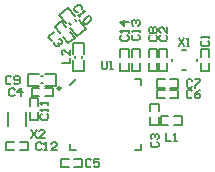
<source format=gto>
G04 Layer_Color=65535*
%FSLAX24Y24*%
%MOIN*%
G70*
G01*
G75*
%ADD23C,0.0060*%
%ADD33C,0.0098*%
%ADD34C,0.0079*%
D23*
X-2518Y-174D02*
Y82D01*
Y278D02*
Y534D01*
X-2242Y-174D02*
Y82D01*
Y278D02*
Y534D01*
X-2518D02*
X-2242D01*
X-2518Y-174D02*
X-2242D01*
X1168Y1908D02*
Y2164D01*
Y1456D02*
Y1712D01*
X892Y1908D02*
Y2164D01*
Y1456D02*
Y1712D01*
Y1456D02*
X1168D01*
X892Y2164D02*
X1168D01*
X2577Y2157D02*
X2703D01*
X2215Y1786D02*
Y1834D01*
X2577Y1464D02*
X2703D01*
X3065Y1786D02*
Y1834D01*
X2078Y1908D02*
Y2164D01*
Y1456D02*
Y1712D01*
X1802Y1908D02*
Y2164D01*
Y1456D02*
Y1712D01*
Y1456D02*
X2078D01*
X1802Y2164D02*
X2078D01*
X1512Y-354D02*
Y-98D01*
Y98D02*
Y354D01*
X1788Y-354D02*
Y-98D01*
Y98D02*
Y354D01*
X1512D02*
X1788D01*
X1512Y-354D02*
X1788D01*
X-2454Y878D02*
X-2198D01*
X-2002D02*
X-1746D01*
X-2454Y602D02*
X-2198D01*
X-2002D02*
X-1746D01*
Y878D01*
X-2454Y602D02*
Y878D01*
X1726Y818D02*
X1982D01*
X2178D02*
X2434D01*
X1726Y542D02*
X1982D01*
X2178D02*
X2434D01*
Y818D01*
X1726Y542D02*
Y818D01*
X2178Y892D02*
X2434D01*
X1726D02*
X1982D01*
X2178Y1168D02*
X2434D01*
X1726D02*
X1982D01*
X1726Y892D02*
Y1168D01*
X2434Y892D02*
Y1168D01*
X1728Y1908D02*
Y2164D01*
Y1456D02*
Y1712D01*
X1452Y1908D02*
Y2164D01*
Y1456D02*
Y1712D01*
Y1456D02*
X1728D01*
X1452Y2164D02*
X1728D01*
X2564Y-338D02*
Y-62D01*
X1856Y-338D02*
Y-62D01*
X2112D01*
X2308D02*
X2564D01*
X1856Y-338D02*
X2112D01*
X2308D02*
X2564D01*
X-2563Y1347D02*
X-2198D01*
X-2002D02*
X-1637D01*
X-2563Y953D02*
X-2198D01*
X-2002D02*
X-1637D01*
Y1347D01*
X-2563Y953D02*
Y1347D01*
X-3294Y-922D02*
X-3038D01*
X-2842D02*
X-2586D01*
X-3294Y-1198D02*
X-3038D01*
X-2842D02*
X-2586D01*
Y-922D01*
X-3294Y-1198D02*
Y-922D01*
X-1087Y2385D02*
X-693Y2385D01*
X-1087Y1459D02*
X-693Y1459D01*
Y2020D02*
Y2385D01*
Y1459D02*
Y1824D01*
X-1087Y2020D02*
Y2385D01*
Y1459D02*
Y1824D01*
X-1392Y2578D02*
X-1228Y2382D01*
X-1683Y2925D02*
X-1519Y2729D01*
X-1181Y2755D02*
X-1016Y2559D01*
X-1472Y3102D02*
X-1307Y2906D01*
X-1683Y2925D02*
X-1472Y3102D01*
X-1228Y2382D02*
X-1016Y2559D01*
X-1167Y2880D02*
X-933Y2601D01*
X-1528Y3310D02*
X-1294Y3031D01*
X-866Y3133D02*
X-632Y2854D01*
X-1226Y3563D02*
X-992Y3284D01*
X-1528Y3310D02*
X-1226Y3563D01*
X-933Y2601D02*
X-632Y2854D01*
X3202Y1456D02*
Y1712D01*
Y1909D02*
Y2164D01*
X3478Y1456D02*
Y1712D01*
Y1909D02*
Y2164D01*
X3202D02*
X3478D01*
X3202Y1456D02*
X3478D01*
X-1474Y-1472D02*
X-1218D01*
X-1022D02*
X-766D01*
X-1474Y-1748D02*
X-1218D01*
X-1022D02*
X-766D01*
Y-1472D01*
X-1474Y-1748D02*
Y-1472D01*
X512Y2164D02*
X788D01*
X512Y1456D02*
X788D01*
X512D02*
Y1712D01*
Y1908D02*
Y2164D01*
X788Y1456D02*
Y1712D01*
Y1908D02*
Y2164D01*
X925Y2647D02*
X880Y2602D01*
Y2512D01*
X925Y2467D01*
X1105D01*
X1150Y2512D01*
Y2602D01*
X1105Y2647D01*
X1150Y2737D02*
Y2827D01*
Y2782D01*
X880D01*
X925Y2737D01*
Y2962D02*
X880Y3007D01*
Y3097D01*
X925Y3142D01*
X970D01*
X1015Y3097D01*
Y3052D01*
Y3097D01*
X1060Y3142D01*
X1105D01*
X1150Y3097D01*
Y3007D01*
X1105Y2962D01*
X-2115Y10D02*
X-2160Y-35D01*
Y-125D01*
X-2115Y-170D01*
X-1935D01*
X-1890Y-125D01*
Y-35D01*
X-1935Y10D01*
X-1890Y100D02*
Y190D01*
Y145D01*
X-2160D01*
X-2115Y100D01*
X-1890Y325D02*
Y415D01*
Y370D01*
X-2160D01*
X-2115Y325D01*
X-2113Y-973D02*
X-2158Y-928D01*
X-2248D01*
X-2293Y-973D01*
Y-1153D01*
X-2248Y-1198D01*
X-2158D01*
X-2113Y-1153D01*
X-2023Y-1198D02*
X-1933D01*
X-1978D01*
Y-928D01*
X-2023Y-973D01*
X-1618Y-1198D02*
X-1798D01*
X-1618Y-1018D01*
Y-973D01*
X-1663Y-928D01*
X-1753D01*
X-1798Y-973D01*
X-2460Y-510D02*
X-2280Y-780D01*
Y-510D02*
X-2460Y-780D01*
X-2010D02*
X-2190D01*
X-2010Y-600D01*
Y-555D01*
X-2055Y-510D01*
X-2145D01*
X-2190Y-555D01*
X1562Y-918D02*
X1518Y-963D01*
Y-1053D01*
X1562Y-1098D01*
X1742D01*
X1787Y-1053D01*
Y-963D01*
X1742Y-918D01*
X1562Y-828D02*
X1518Y-783D01*
Y-693D01*
X1562Y-648D01*
X1607D01*
X1652Y-693D01*
Y-738D01*
Y-693D01*
X1697Y-648D01*
X1742D01*
X1787Y-693D01*
Y-783D01*
X1742Y-828D01*
X2027Y-628D02*
Y-898D01*
X2207D01*
X2297D02*
X2387D01*
X2342D01*
Y-628D01*
X2297Y-673D01*
X-110Y1780D02*
Y1555D01*
X-65Y1510D01*
X25D01*
X70Y1555D01*
Y1780D01*
X160Y1510D02*
X250D01*
X205D01*
Y1780D01*
X160Y1735D01*
X1853Y2635D02*
X1808Y2590D01*
Y2500D01*
X1853Y2455D01*
X2032D01*
X2077Y2500D01*
Y2590D01*
X2032Y2635D01*
X2077Y2905D02*
Y2725D01*
X1898Y2905D01*
X1853D01*
X1808Y2860D01*
Y2770D01*
X1853Y2725D01*
X2907Y770D02*
X2862Y815D01*
X2772D01*
X2728Y770D01*
Y590D01*
X2772Y545D01*
X2862D01*
X2907Y590D01*
X3177Y815D02*
X3087Y770D01*
X2997Y680D01*
Y590D01*
X3042Y545D01*
X3132D01*
X3177Y590D01*
Y635D01*
X3132Y680D01*
X2997D01*
X-3123Y1237D02*
X-3168Y1282D01*
X-3258D01*
X-3303Y1237D01*
Y1057D01*
X-3258Y1012D01*
X-3168D01*
X-3123Y1057D01*
X-3033D02*
X-2988Y1012D01*
X-2898D01*
X-2853Y1057D01*
Y1237D01*
X-2898Y1282D01*
X-2988D01*
X-3033Y1237D01*
Y1192D01*
X-2988Y1147D01*
X-2853D01*
X1503Y2635D02*
X1458Y2590D01*
Y2500D01*
X1503Y2455D01*
X1682D01*
X1727Y2500D01*
Y2590D01*
X1682Y2635D01*
X1503Y2725D02*
X1458Y2770D01*
Y2860D01*
X1503Y2905D01*
X1548D01*
X1592Y2860D01*
X1637Y2905D01*
X1682D01*
X1727Y2860D01*
Y2770D01*
X1682Y2725D01*
X1637D01*
X1592Y2770D01*
X1548Y2725D01*
X1503D01*
X1592Y2770D02*
Y2860D01*
X2450Y2560D02*
X2630Y2290D01*
Y2560D02*
X2450Y2290D01*
X2720D02*
X2810D01*
X2765D01*
Y2560D01*
X2720Y2515D01*
X3245Y2450D02*
X3200Y2405D01*
Y2315D01*
X3245Y2270D01*
X3425D01*
X3470Y2315D01*
Y2405D01*
X3425Y2450D01*
X3470Y2540D02*
Y2630D01*
Y2585D01*
X3200D01*
X3245Y2540D01*
X2907Y1120D02*
X2862Y1165D01*
X2772D01*
X2728Y1120D01*
Y940D01*
X2772Y895D01*
X2862D01*
X2907Y940D01*
X2997Y1165D02*
X3177D01*
Y1120D01*
X2997Y940D01*
Y895D01*
X-470Y-1528D02*
X-515Y-1483D01*
X-605D01*
X-650Y-1528D01*
Y-1708D01*
X-605Y-1753D01*
X-515D01*
X-470Y-1708D01*
X-200Y-1483D02*
X-380D01*
Y-1618D01*
X-290Y-1573D01*
X-245D01*
X-200Y-1618D01*
Y-1708D01*
X-245Y-1753D01*
X-335D01*
X-380Y-1708D01*
X-3013Y827D02*
X-3058Y872D01*
X-3148D01*
X-3193Y827D01*
Y647D01*
X-3148Y602D01*
X-3058D01*
X-3013Y647D01*
X-2788Y602D02*
Y872D01*
X-2923Y737D01*
X-2743D01*
X-1450Y1712D02*
X-1180D01*
Y1892D01*
Y2162D02*
Y1982D01*
X-1360Y2162D01*
X-1405D01*
X-1450Y2117D01*
Y2027D01*
X-1405Y1982D01*
X-1693Y2754D02*
X-1900Y2580D01*
X-1784Y2442D01*
X-1554Y2518D02*
X-1491Y2512D01*
X-1433Y2443D01*
X-1439Y2380D01*
X-1473Y2351D01*
X-1536Y2357D01*
X-1565Y2391D01*
X-1536Y2357D01*
X-1542Y2293D01*
X-1576Y2264D01*
X-1640Y2270D01*
X-1698Y2339D01*
X-1692Y2402D01*
X-782Y3517D02*
X-776Y3580D01*
X-834Y3649D01*
X-898Y3655D01*
X-1036Y3539D01*
X-1041Y3476D01*
X-983Y3407D01*
X-920Y3401D01*
X-896Y3303D02*
X-839Y3234D01*
X-868Y3269D01*
X-661Y3442D01*
X-724Y3448D01*
X-580Y3276D02*
X-516Y3270D01*
X-458Y3201D01*
X-464Y3138D01*
X-602Y3022D01*
X-665Y3028D01*
X-723Y3096D01*
X-717Y3160D01*
X-580Y3276D01*
X555Y2640D02*
X510Y2595D01*
Y2505D01*
X555Y2460D01*
X735D01*
X780Y2505D01*
Y2595D01*
X735Y2640D01*
X780Y2730D02*
Y2820D01*
Y2775D01*
X510D01*
X555Y2730D01*
X780Y3090D02*
X510D01*
X645Y2955D01*
Y3135D01*
D33*
X-1486Y866D02*
G03*
X-1486Y866I-49J0D01*
G01*
D34*
X-2139Y1268D02*
X-2061D01*
X-2139Y1032D02*
X-2061D01*
X-2645Y-386D02*
Y86D01*
X-3235Y-386D02*
Y86D01*
X-772Y1883D02*
Y1961D01*
X-1008Y1961D02*
X-1008Y1883D01*
X-1195Y3036D02*
X-1145Y2976D01*
X-1015Y3188D02*
X-964Y3128D01*
X-1181Y984D02*
X-984Y1181D01*
X984D02*
X1181D01*
Y984D02*
Y1181D01*
Y-1181D02*
Y-984D01*
X984Y-1181D02*
X1181D01*
X-1181D02*
X-984D01*
X-1181D02*
Y-984D01*
M02*

</source>
